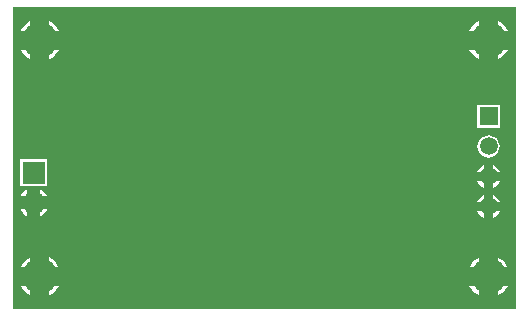
<source format=gbl>
G04*
G04 #@! TF.GenerationSoftware,Altium Limited,Altium Designer,19.1.6 (110)*
G04*
G04 Layer_Physical_Order=2*
G04 Layer_Color=16711680*
%FSLAX43Y43*%
%MOMM*%
G71*
G01*
G75*
%ADD45C,3.000*%
%ADD46C,1.500*%
%ADD47R,1.500X1.500*%
%ADD48R,1.900X1.900*%
%ADD49C,1.900*%
%ADD50C,0.600*%
G36*
X92796Y50204D02*
X50204D01*
Y75796D01*
X92796D01*
Y50204D01*
D02*
G37*
%LPC*%
G36*
X91300Y74613D02*
Y73800D01*
X92113D01*
X92004Y74005D01*
X91779Y74279D01*
X91505Y74504D01*
X91300Y74613D01*
D02*
G37*
G36*
X89700D02*
X89495Y74504D01*
X89221Y74279D01*
X88996Y74005D01*
X88887Y73800D01*
X89700D01*
Y74613D01*
D02*
G37*
G36*
X53300D02*
Y73800D01*
X54113D01*
X54004Y74005D01*
X53779Y74279D01*
X53505Y74504D01*
X53300Y74613D01*
D02*
G37*
G36*
X51700D02*
X51495Y74504D01*
X51221Y74279D01*
X50996Y74005D01*
X50887Y73800D01*
X51700D01*
Y74613D01*
D02*
G37*
G36*
X92113Y72200D02*
X91300D01*
Y71387D01*
X91505Y71496D01*
X91779Y71721D01*
X92004Y71995D01*
X92113Y72200D01*
D02*
G37*
G36*
X89700D02*
X88887D01*
X88996Y71995D01*
X89221Y71721D01*
X89495Y71496D01*
X89700Y71387D01*
Y72200D01*
D02*
G37*
G36*
X54113D02*
X53300D01*
Y71387D01*
X53505Y71496D01*
X53779Y71721D01*
X54004Y71995D01*
X54113Y72200D01*
D02*
G37*
G36*
X51700D02*
X50887D01*
X50996Y71995D01*
X51221Y71721D01*
X51495Y71496D01*
X51700Y71387D01*
Y72200D01*
D02*
G37*
G36*
X91450Y67490D02*
X89550D01*
Y65590D01*
X91450D01*
Y67490D01*
D02*
G37*
G36*
X90500Y64958D02*
X90252Y64926D01*
X90021Y64830D01*
X89822Y64678D01*
X89670Y64479D01*
X89574Y64248D01*
X89542Y64000D01*
X89574Y63752D01*
X89670Y63521D01*
X89822Y63322D01*
X90021Y63170D01*
X90252Y63074D01*
X90500Y63042D01*
X90748Y63074D01*
X90979Y63170D01*
X91178Y63322D01*
X91330Y63521D01*
X91426Y63752D01*
X91458Y64000D01*
X91426Y64248D01*
X91330Y64479D01*
X91178Y64678D01*
X90979Y64830D01*
X90748Y64926D01*
X90500Y64958D01*
D02*
G37*
G36*
X90900Y62431D02*
Y61860D01*
X91471D01*
X91417Y61990D01*
X91249Y62209D01*
X91030Y62377D01*
X90900Y62431D01*
D02*
G37*
G36*
X90100Y62431D02*
X89970Y62377D01*
X89751Y62209D01*
X89583Y61990D01*
X89529Y61860D01*
X90100D01*
Y62431D01*
D02*
G37*
G36*
X53150Y62920D02*
X50850D01*
Y60620D01*
X53150D01*
Y62920D01*
D02*
G37*
G36*
X90100Y61060D02*
X89529D01*
X89583Y60930D01*
X89751Y60711D01*
X89970Y60543D01*
X90100Y60489D01*
Y61060D01*
D02*
G37*
G36*
X91471D02*
X90900D01*
Y60489D01*
X91030Y60543D01*
X91249Y60711D01*
X91417Y60930D01*
X91471Y61060D01*
D02*
G37*
G36*
X52550Y60355D02*
Y59780D01*
X53125D01*
X53092Y59860D01*
X52892Y60122D01*
X52630Y60322D01*
X52550Y60355D01*
D02*
G37*
G36*
X51450D02*
X51370Y60322D01*
X51108Y60122D01*
X50908Y59860D01*
X50875Y59780D01*
X51450D01*
Y60355D01*
D02*
G37*
G36*
X90900Y59891D02*
Y59320D01*
X91471D01*
X91417Y59450D01*
X91249Y59669D01*
X91030Y59837D01*
X90900Y59891D01*
D02*
G37*
G36*
X90100Y59891D02*
X89970Y59837D01*
X89751Y59669D01*
X89583Y59450D01*
X89529Y59320D01*
X90100D01*
Y59891D01*
D02*
G37*
G36*
X53125Y58680D02*
X52550D01*
Y58105D01*
X52630Y58138D01*
X52892Y58338D01*
X53092Y58600D01*
X53125Y58680D01*
D02*
G37*
G36*
X51450D02*
X50875D01*
X50908Y58600D01*
X51108Y58338D01*
X51370Y58138D01*
X51450Y58105D01*
Y58680D01*
D02*
G37*
G36*
X90100Y58520D02*
X89529D01*
X89583Y58390D01*
X89751Y58171D01*
X89970Y58003D01*
X90100Y57949D01*
Y58520D01*
D02*
G37*
G36*
X91471D02*
X90900D01*
Y57949D01*
X91030Y58003D01*
X91249Y58171D01*
X91417Y58390D01*
X91471Y58520D01*
D02*
G37*
G36*
X91300Y54613D02*
Y53800D01*
X92113D01*
X92004Y54005D01*
X91779Y54279D01*
X91505Y54504D01*
X91300Y54613D01*
D02*
G37*
G36*
X89700D02*
X89495Y54504D01*
X89221Y54279D01*
X88996Y54005D01*
X88887Y53800D01*
X89700D01*
Y54613D01*
D02*
G37*
G36*
X53300D02*
Y53800D01*
X54113D01*
X54004Y54005D01*
X53779Y54279D01*
X53505Y54504D01*
X53300Y54613D01*
D02*
G37*
G36*
X51700D02*
X51495Y54504D01*
X51221Y54279D01*
X50996Y54005D01*
X50887Y53800D01*
X51700D01*
Y54613D01*
D02*
G37*
G36*
X92113Y52200D02*
X91300D01*
Y51387D01*
X91505Y51496D01*
X91779Y51721D01*
X92004Y51995D01*
X92113Y52200D01*
D02*
G37*
G36*
X89700D02*
X88887D01*
X88996Y51995D01*
X89221Y51721D01*
X89495Y51496D01*
X89700Y51387D01*
Y52200D01*
D02*
G37*
G36*
X54113D02*
X53300D01*
Y51387D01*
X53505Y51496D01*
X53779Y51721D01*
X54004Y51995D01*
X54113Y52200D01*
D02*
G37*
G36*
X51700D02*
X50887D01*
X50996Y51995D01*
X51221Y51721D01*
X51495Y51496D01*
X51700Y51387D01*
Y52200D01*
D02*
G37*
%LPD*%
D45*
X90500Y73000D02*
D03*
Y53000D02*
D03*
X52500D02*
D03*
Y73000D02*
D03*
D46*
X90500Y58920D02*
D03*
Y61460D02*
D03*
Y64000D02*
D03*
D47*
Y66540D02*
D03*
D48*
X52000Y61770D02*
D03*
D49*
Y59230D02*
D03*
D50*
X90000Y69000D02*
D03*
X91500Y60000D02*
D03*
X90000Y57000D02*
D03*
Y51000D02*
D03*
X88500Y72000D02*
D03*
X87000Y69000D02*
D03*
X88500Y60000D02*
D03*
X87000Y57000D02*
D03*
X88500Y54000D02*
D03*
X87000Y51000D02*
D03*
X85500Y72000D02*
D03*
X84000Y69000D02*
D03*
X85500Y66000D02*
D03*
Y54000D02*
D03*
X84000Y51000D02*
D03*
X81000Y69000D02*
D03*
X82500Y66000D02*
D03*
X81000Y57000D02*
D03*
X82500Y54000D02*
D03*
X81000Y51000D02*
D03*
X79500Y72000D02*
D03*
X78000Y69000D02*
D03*
X79500Y66000D02*
D03*
X78000Y57000D02*
D03*
X79500Y54000D02*
D03*
X78000Y51000D02*
D03*
X76500Y72000D02*
D03*
X75000Y69000D02*
D03*
X76500Y66000D02*
D03*
Y54000D02*
D03*
X75000Y51000D02*
D03*
X73500Y72000D02*
D03*
X72000Y69000D02*
D03*
X73500Y66000D02*
D03*
X72000Y57000D02*
D03*
X73500Y54000D02*
D03*
X72000Y51000D02*
D03*
X70500Y72000D02*
D03*
Y66000D02*
D03*
Y54000D02*
D03*
X69000Y51000D02*
D03*
X67500Y72000D02*
D03*
X66000Y57000D02*
D03*
X67500Y54000D02*
D03*
X66000Y51000D02*
D03*
X64500Y72000D02*
D03*
X63000Y57000D02*
D03*
X64500Y54000D02*
D03*
X63000Y51000D02*
D03*
X61500Y72000D02*
D03*
X60000Y57000D02*
D03*
Y51000D02*
D03*
X58500Y72000D02*
D03*
Y54000D02*
D03*
X57000Y51000D02*
D03*
X55500Y72000D02*
D03*
X54000Y69000D02*
D03*
Y57000D02*
D03*
Y51000D02*
D03*
X51000Y69000D02*
D03*
X52500Y66000D02*
D03*
X51000Y57000D02*
D03*
Y51000D02*
D03*
X71400Y58900D02*
D03*
X72800D02*
D03*
Y60100D02*
D03*
X71400D02*
D03*
M02*

</source>
